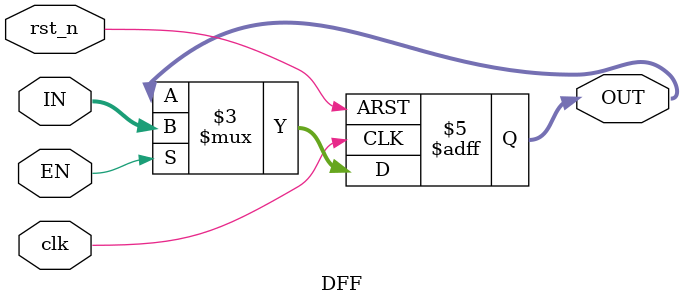
<source format=v>
`timescale 1ns / 1ps 
module DFF #(parameter WIDTH_32 = 32 )(
	input wire 		  clk , rst_n  , EN ,

	input wire [WIDTH_32-1:0] IN ,
	output reg [WIDTH_32-1:0] OUT 
	);

always @(posedge clk or negedge rst_n) begin
	if (!rst_n) begin
		OUT <= 'd0 ;
	end
	else if (EN) begin
		OUT <= IN ;
	end
end

endmodule 
</source>
